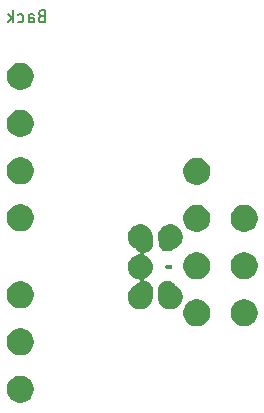
<source format=gbs>
G04 #@! TF.GenerationSoftware,KiCad,Pcbnew,(5.1.5-0-10_14)*
G04 #@! TF.CreationDate,2020-11-03T15:19:47-05:00*
G04 #@! TF.ProjectId,FC_Rear_Port_1P,46435f52-6561-4725-9f50-6f72745f3150,rev?*
G04 #@! TF.SameCoordinates,Original*
G04 #@! TF.FileFunction,Soldermask,Bot*
G04 #@! TF.FilePolarity,Negative*
%FSLAX46Y46*%
G04 Gerber Fmt 4.6, Leading zero omitted, Abs format (unit mm)*
G04 Created by KiCad (PCBNEW (5.1.5-0-10_14)) date 2020-11-03 15:19:47*
%MOMM*%
%LPD*%
G04 APERTURE LIST*
%ADD10C,0.150000*%
%ADD11C,0.100000*%
G04 APERTURE END LIST*
D10*
X147327785Y-79628691D02*
X147184928Y-79676310D01*
X147137309Y-79723929D01*
X147089690Y-79819167D01*
X147089690Y-79962024D01*
X147137309Y-80057262D01*
X147184928Y-80104881D01*
X147280166Y-80152500D01*
X147661119Y-80152500D01*
X147661119Y-79152500D01*
X147327785Y-79152500D01*
X147232547Y-79200120D01*
X147184928Y-79247739D01*
X147137309Y-79342977D01*
X147137309Y-79438215D01*
X147184928Y-79533453D01*
X147232547Y-79581072D01*
X147327785Y-79628691D01*
X147661119Y-79628691D01*
X146232547Y-80152500D02*
X146232547Y-79628691D01*
X146280166Y-79533453D01*
X146375404Y-79485834D01*
X146565880Y-79485834D01*
X146661119Y-79533453D01*
X146232547Y-80104881D02*
X146327785Y-80152500D01*
X146565880Y-80152500D01*
X146661119Y-80104881D01*
X146708738Y-80009643D01*
X146708738Y-79914405D01*
X146661119Y-79819167D01*
X146565880Y-79771548D01*
X146327785Y-79771548D01*
X146232547Y-79723929D01*
X145327785Y-80104881D02*
X145423023Y-80152500D01*
X145613500Y-80152500D01*
X145708738Y-80104881D01*
X145756357Y-80057262D01*
X145803976Y-79962024D01*
X145803976Y-79676310D01*
X145756357Y-79581072D01*
X145708738Y-79533453D01*
X145613500Y-79485834D01*
X145423023Y-79485834D01*
X145327785Y-79533453D01*
X144899214Y-80152500D02*
X144899214Y-79152500D01*
X144803976Y-79771548D02*
X144518261Y-80152500D01*
X144518261Y-79485834D02*
X144899214Y-79866786D01*
D11*
G36*
X145872817Y-110122847D02*
G01*
X146080465Y-110208858D01*
X146267345Y-110333727D01*
X146426273Y-110492655D01*
X146551142Y-110679535D01*
X146637153Y-110887183D01*
X146681000Y-111107620D01*
X146681000Y-111332380D01*
X146637153Y-111552817D01*
X146551142Y-111760465D01*
X146426273Y-111947345D01*
X146267345Y-112106273D01*
X146080465Y-112231142D01*
X145872817Y-112317153D01*
X145652380Y-112361000D01*
X145427620Y-112361000D01*
X145207183Y-112317153D01*
X144999535Y-112231142D01*
X144812655Y-112106273D01*
X144653727Y-111947345D01*
X144528858Y-111760465D01*
X144442847Y-111552817D01*
X144399000Y-111332380D01*
X144399000Y-111107620D01*
X144442847Y-110887183D01*
X144528858Y-110679535D01*
X144653727Y-110492655D01*
X144812655Y-110333727D01*
X144999535Y-110208858D01*
X145207183Y-110122847D01*
X145427620Y-110079000D01*
X145652380Y-110079000D01*
X145872817Y-110122847D01*
G37*
G36*
X145872817Y-106122847D02*
G01*
X146080465Y-106208858D01*
X146267345Y-106333727D01*
X146426273Y-106492655D01*
X146551142Y-106679535D01*
X146637153Y-106887183D01*
X146681000Y-107107620D01*
X146681000Y-107332380D01*
X146637153Y-107552817D01*
X146551142Y-107760465D01*
X146426273Y-107947345D01*
X146267345Y-108106273D01*
X146080465Y-108231142D01*
X145872817Y-108317153D01*
X145652380Y-108361000D01*
X145427620Y-108361000D01*
X145207183Y-108317153D01*
X144999535Y-108231142D01*
X144812655Y-108106273D01*
X144653727Y-107947345D01*
X144528858Y-107760465D01*
X144442847Y-107552817D01*
X144399000Y-107332380D01*
X144399000Y-107107620D01*
X144442847Y-106887183D01*
X144528858Y-106679535D01*
X144653727Y-106492655D01*
X144812655Y-106333727D01*
X144999535Y-106208858D01*
X145207183Y-106122847D01*
X145427620Y-106079000D01*
X145652380Y-106079000D01*
X145872817Y-106122847D01*
G37*
G36*
X164812817Y-103672847D02*
G01*
X165020465Y-103758858D01*
X165207345Y-103883727D01*
X165366273Y-104042655D01*
X165491142Y-104229535D01*
X165577153Y-104437183D01*
X165621000Y-104657620D01*
X165621000Y-104882380D01*
X165577153Y-105102817D01*
X165491142Y-105310465D01*
X165366273Y-105497345D01*
X165207345Y-105656273D01*
X165020465Y-105781142D01*
X164812817Y-105867153D01*
X164592380Y-105911000D01*
X164367620Y-105911000D01*
X164147183Y-105867153D01*
X163939535Y-105781142D01*
X163752655Y-105656273D01*
X163593727Y-105497345D01*
X163468858Y-105310465D01*
X163382847Y-105102817D01*
X163339000Y-104882380D01*
X163339000Y-104657620D01*
X163382847Y-104437183D01*
X163468858Y-104229535D01*
X163593727Y-104042655D01*
X163752655Y-103883727D01*
X163939535Y-103758858D01*
X164147183Y-103672847D01*
X164367620Y-103629000D01*
X164592380Y-103629000D01*
X164812817Y-103672847D01*
G37*
G36*
X160812817Y-103672847D02*
G01*
X161020465Y-103758858D01*
X161207345Y-103883727D01*
X161366273Y-104042655D01*
X161491142Y-104229535D01*
X161577153Y-104437183D01*
X161621000Y-104657620D01*
X161621000Y-104882380D01*
X161577153Y-105102817D01*
X161491142Y-105310465D01*
X161366273Y-105497345D01*
X161207345Y-105656273D01*
X161020465Y-105781142D01*
X160812817Y-105867153D01*
X160592380Y-105911000D01*
X160367620Y-105911000D01*
X160147183Y-105867153D01*
X159939535Y-105781142D01*
X159752655Y-105656273D01*
X159593727Y-105497345D01*
X159468858Y-105310465D01*
X159382847Y-105102817D01*
X159339000Y-104882380D01*
X159339000Y-104657620D01*
X159382847Y-104437183D01*
X159468858Y-104229535D01*
X159593727Y-104042655D01*
X159752655Y-103883727D01*
X159939535Y-103758858D01*
X160147183Y-103672847D01*
X160367620Y-103629000D01*
X160592380Y-103629000D01*
X160812817Y-103672847D01*
G37*
G36*
X158203642Y-102099781D02*
G01*
X158338130Y-102155488D01*
X158349416Y-102160163D01*
X158480608Y-102247822D01*
X158592178Y-102359392D01*
X158618904Y-102399390D01*
X158625519Y-102409291D01*
X158641064Y-102428233D01*
X158660006Y-102443778D01*
X158681618Y-102455330D01*
X158737832Y-102478614D01*
X158737835Y-102478616D01*
X158909973Y-102593635D01*
X159056365Y-102740027D01*
X159154692Y-102887183D01*
X159171385Y-102912167D01*
X159250611Y-103103436D01*
X159291000Y-103306484D01*
X159291000Y-103513516D01*
X159250611Y-103716564D01*
X159232426Y-103760466D01*
X159171384Y-103907835D01*
X159056365Y-104079973D01*
X158909973Y-104226365D01*
X158737835Y-104341384D01*
X158737834Y-104341385D01*
X158737833Y-104341385D01*
X158546564Y-104420611D01*
X158343516Y-104461000D01*
X158136484Y-104461000D01*
X157933436Y-104420611D01*
X157742167Y-104341385D01*
X157742166Y-104341385D01*
X157742165Y-104341384D01*
X157570027Y-104226365D01*
X157423635Y-104079973D01*
X157308616Y-103907835D01*
X157247574Y-103760466D01*
X157229389Y-103716564D01*
X157189000Y-103513516D01*
X157189000Y-103306484D01*
X157212358Y-103189055D01*
X157214760Y-103164669D01*
X157212358Y-103140283D01*
X157205245Y-103116835D01*
X157199782Y-103103645D01*
X157169000Y-102948893D01*
X157169000Y-102791107D01*
X157199781Y-102636358D01*
X157260162Y-102490586D01*
X157301824Y-102428234D01*
X157347822Y-102359392D01*
X157459392Y-102247822D01*
X157590584Y-102160163D01*
X157601870Y-102155488D01*
X157736358Y-102099781D01*
X157891107Y-102069000D01*
X158048893Y-102069000D01*
X158203642Y-102099781D01*
G37*
G36*
X156006564Y-97319389D02*
G01*
X156197833Y-97398615D01*
X156197835Y-97398616D01*
X156369973Y-97513635D01*
X156516365Y-97660027D01*
X156621353Y-97817152D01*
X156631385Y-97832167D01*
X156710611Y-98023436D01*
X156751000Y-98226484D01*
X156751000Y-98433516D01*
X156727642Y-98550945D01*
X156725240Y-98575331D01*
X156727642Y-98599717D01*
X156734755Y-98623165D01*
X156740218Y-98636355D01*
X156771000Y-98791107D01*
X156771000Y-98948893D01*
X156740219Y-99103642D01*
X156699457Y-99202049D01*
X156679837Y-99249416D01*
X156592178Y-99380608D01*
X156480608Y-99492178D01*
X156349416Y-99579837D01*
X156349415Y-99579838D01*
X156349414Y-99579838D01*
X156203642Y-99640219D01*
X156117186Y-99657416D01*
X156093737Y-99664529D01*
X156072127Y-99676080D01*
X156053185Y-99691625D01*
X156037639Y-99710567D01*
X156026088Y-99732178D01*
X156018975Y-99755627D01*
X156016573Y-99780013D01*
X156018975Y-99804399D01*
X156026088Y-99827848D01*
X156037639Y-99849458D01*
X156053184Y-99868400D01*
X156072126Y-99883946D01*
X156093737Y-99895497D01*
X156197833Y-99938615D01*
X156197835Y-99938616D01*
X156353540Y-100042655D01*
X156369973Y-100053635D01*
X156516365Y-100200027D01*
X156631385Y-100372167D01*
X156714239Y-100572195D01*
X156715874Y-100577584D01*
X156740219Y-100636358D01*
X156771000Y-100791107D01*
X156771000Y-100948893D01*
X156740219Y-101103642D01*
X156715874Y-101162416D01*
X156714239Y-101167805D01*
X156655147Y-101310466D01*
X156631384Y-101367835D01*
X156516365Y-101539973D01*
X156369973Y-101686365D01*
X156197835Y-101801384D01*
X156197834Y-101801385D01*
X156197833Y-101801385D01*
X156093737Y-101844503D01*
X156072126Y-101856054D01*
X156053184Y-101871599D01*
X156037639Y-101890541D01*
X156026088Y-101912152D01*
X156018975Y-101935601D01*
X156016573Y-101959987D01*
X156018975Y-101984373D01*
X156026088Y-102007822D01*
X156037639Y-102029433D01*
X156053184Y-102048375D01*
X156072126Y-102063920D01*
X156093737Y-102075471D01*
X156117186Y-102082584D01*
X156203642Y-102099781D01*
X156338130Y-102155488D01*
X156349416Y-102160163D01*
X156480608Y-102247822D01*
X156592178Y-102359392D01*
X156638176Y-102428234D01*
X156679838Y-102490586D01*
X156740219Y-102636358D01*
X156771000Y-102791107D01*
X156771000Y-102948893D01*
X156740218Y-103103645D01*
X156734755Y-103116835D01*
X156727642Y-103140284D01*
X156725240Y-103164670D01*
X156727642Y-103189055D01*
X156751000Y-103306484D01*
X156751000Y-103513516D01*
X156710611Y-103716564D01*
X156692426Y-103760466D01*
X156631384Y-103907835D01*
X156516365Y-104079973D01*
X156369973Y-104226365D01*
X156197835Y-104341384D01*
X156197834Y-104341385D01*
X156197833Y-104341385D01*
X156006564Y-104420611D01*
X155803516Y-104461000D01*
X155596484Y-104461000D01*
X155393436Y-104420611D01*
X155202167Y-104341385D01*
X155202166Y-104341385D01*
X155202165Y-104341384D01*
X155030027Y-104226365D01*
X154883635Y-104079973D01*
X154768616Y-103907835D01*
X154707574Y-103760466D01*
X154689389Y-103716564D01*
X154649000Y-103513516D01*
X154649000Y-103306484D01*
X154689389Y-103103436D01*
X154768615Y-102912167D01*
X154785309Y-102887183D01*
X154883635Y-102740027D01*
X155030027Y-102593635D01*
X155202165Y-102478616D01*
X155202168Y-102478614D01*
X155258382Y-102455330D01*
X155279993Y-102443779D01*
X155298935Y-102428234D01*
X155314481Y-102409291D01*
X155321097Y-102399390D01*
X155347822Y-102359392D01*
X155459392Y-102247822D01*
X155590584Y-102160163D01*
X155590585Y-102160162D01*
X155601870Y-102155488D01*
X155623480Y-102143937D01*
X155642422Y-102128392D01*
X155657968Y-102109450D01*
X155669519Y-102087839D01*
X155676632Y-102064390D01*
X155679034Y-102040004D01*
X155676632Y-102015618D01*
X155669519Y-101992169D01*
X155657968Y-101970559D01*
X155642423Y-101951617D01*
X155623481Y-101936071D01*
X155601870Y-101924520D01*
X155578421Y-101917407D01*
X155393436Y-101880611D01*
X155202167Y-101801385D01*
X155202166Y-101801385D01*
X155202165Y-101801384D01*
X155030027Y-101686365D01*
X154883635Y-101539973D01*
X154768616Y-101367835D01*
X154744853Y-101310466D01*
X154689389Y-101176564D01*
X154649000Y-100973516D01*
X154649000Y-100766484D01*
X154689389Y-100563436D01*
X154768615Y-100372167D01*
X154883635Y-100200027D01*
X155030027Y-100053635D01*
X155046460Y-100042655D01*
X155202165Y-99938616D01*
X155202167Y-99938615D01*
X155393436Y-99859389D01*
X155578421Y-99822593D01*
X155601870Y-99815480D01*
X155623481Y-99803929D01*
X155642423Y-99788384D01*
X155657968Y-99769442D01*
X155669519Y-99747831D01*
X155676632Y-99724382D01*
X155679034Y-99699996D01*
X155676632Y-99675610D01*
X155669519Y-99652161D01*
X155657968Y-99630550D01*
X155642423Y-99611608D01*
X155623481Y-99596063D01*
X155601870Y-99584512D01*
X155590585Y-99579838D01*
X155537041Y-99544061D01*
X155459392Y-99492178D01*
X155347822Y-99380608D01*
X155314480Y-99330708D01*
X155298936Y-99311767D01*
X155279994Y-99296222D01*
X155258382Y-99284670D01*
X155202168Y-99261386D01*
X155030027Y-99146365D01*
X154883635Y-98999973D01*
X154768616Y-98827835D01*
X154757483Y-98800958D01*
X154689389Y-98636564D01*
X154649000Y-98433516D01*
X154649000Y-98226484D01*
X154689389Y-98023436D01*
X154768615Y-97832167D01*
X154778648Y-97817152D01*
X154883635Y-97660027D01*
X155030027Y-97513635D01*
X155202165Y-97398616D01*
X155202167Y-97398615D01*
X155393436Y-97319389D01*
X155596484Y-97279000D01*
X155803516Y-97279000D01*
X156006564Y-97319389D01*
G37*
G36*
X145872817Y-102122847D02*
G01*
X146080465Y-102208858D01*
X146267345Y-102333727D01*
X146426273Y-102492655D01*
X146551142Y-102679535D01*
X146637153Y-102887183D01*
X146681000Y-103107620D01*
X146681000Y-103332380D01*
X146637153Y-103552817D01*
X146551142Y-103760465D01*
X146426273Y-103947345D01*
X146267345Y-104106273D01*
X146080465Y-104231142D01*
X145872817Y-104317153D01*
X145652380Y-104361000D01*
X145427620Y-104361000D01*
X145207183Y-104317153D01*
X144999535Y-104231142D01*
X144812655Y-104106273D01*
X144653727Y-103947345D01*
X144528858Y-103760465D01*
X144442847Y-103552817D01*
X144399000Y-103332380D01*
X144399000Y-103107620D01*
X144442847Y-102887183D01*
X144528858Y-102679535D01*
X144653727Y-102492655D01*
X144812655Y-102333727D01*
X144999535Y-102208858D01*
X145207183Y-102122847D01*
X145427620Y-102079000D01*
X145652380Y-102079000D01*
X145872817Y-102122847D01*
G37*
G36*
X164812817Y-99672847D02*
G01*
X165020465Y-99758858D01*
X165207345Y-99883727D01*
X165366273Y-100042655D01*
X165491142Y-100229535D01*
X165577153Y-100437183D01*
X165621000Y-100657620D01*
X165621000Y-100882380D01*
X165577153Y-101102817D01*
X165491142Y-101310465D01*
X165366273Y-101497345D01*
X165207345Y-101656273D01*
X165020465Y-101781142D01*
X164812817Y-101867153D01*
X164592380Y-101911000D01*
X164367620Y-101911000D01*
X164147183Y-101867153D01*
X163939535Y-101781142D01*
X163752655Y-101656273D01*
X163593727Y-101497345D01*
X163468858Y-101310465D01*
X163382847Y-101102817D01*
X163339000Y-100882380D01*
X163339000Y-100657620D01*
X163382847Y-100437183D01*
X163468858Y-100229535D01*
X163593727Y-100042655D01*
X163752655Y-99883727D01*
X163939535Y-99758858D01*
X164147183Y-99672847D01*
X164367620Y-99629000D01*
X164592380Y-99629000D01*
X164812817Y-99672847D01*
G37*
G36*
X160812817Y-99672847D02*
G01*
X161020465Y-99758858D01*
X161207345Y-99883727D01*
X161366273Y-100042655D01*
X161491142Y-100229535D01*
X161577153Y-100437183D01*
X161621000Y-100657620D01*
X161621000Y-100882380D01*
X161577153Y-101102817D01*
X161491142Y-101310465D01*
X161366273Y-101497345D01*
X161207345Y-101656273D01*
X161020465Y-101781142D01*
X160812817Y-101867153D01*
X160592380Y-101911000D01*
X160367620Y-101911000D01*
X160147183Y-101867153D01*
X159939535Y-101781142D01*
X159752655Y-101656273D01*
X159593727Y-101497345D01*
X159468858Y-101310465D01*
X159382847Y-101102817D01*
X159339000Y-100882380D01*
X159339000Y-100657620D01*
X159382847Y-100437183D01*
X159468858Y-100229535D01*
X159593727Y-100042655D01*
X159752655Y-99883727D01*
X159939535Y-99758858D01*
X160147183Y-99672847D01*
X160367620Y-99629000D01*
X160592380Y-99629000D01*
X160812817Y-99672847D01*
G37*
G36*
X158021337Y-100700763D02*
G01*
X158053367Y-100714030D01*
X158053376Y-100714036D01*
X158057164Y-100715605D01*
X158080613Y-100722718D01*
X158104999Y-100725120D01*
X158129385Y-100722718D01*
X158152836Y-100715605D01*
X158156624Y-100714036D01*
X158156633Y-100714030D01*
X158188663Y-100700763D01*
X158222665Y-100694000D01*
X158257335Y-100694000D01*
X158291337Y-100700763D01*
X158323367Y-100714030D01*
X158352194Y-100733292D01*
X158376708Y-100757806D01*
X158395970Y-100786633D01*
X158409237Y-100818663D01*
X158416000Y-100852665D01*
X158416000Y-100887335D01*
X158409237Y-100921337D01*
X158395970Y-100953367D01*
X158376708Y-100982194D01*
X158352194Y-101006708D01*
X158323367Y-101025970D01*
X158291337Y-101039237D01*
X158257335Y-101046000D01*
X158222665Y-101046000D01*
X158188663Y-101039237D01*
X158156633Y-101025970D01*
X158156624Y-101025964D01*
X158152836Y-101024395D01*
X158129387Y-101017282D01*
X158105001Y-101014880D01*
X158080615Y-101017282D01*
X158057164Y-101024395D01*
X158053376Y-101025964D01*
X158053367Y-101025970D01*
X158021337Y-101039237D01*
X157987335Y-101046000D01*
X157952665Y-101046000D01*
X157918663Y-101039237D01*
X157886633Y-101025970D01*
X157857806Y-101006708D01*
X157833292Y-100982194D01*
X157814030Y-100953367D01*
X157800763Y-100921337D01*
X157794000Y-100887335D01*
X157794000Y-100852665D01*
X157800763Y-100818663D01*
X157814030Y-100786633D01*
X157833292Y-100757806D01*
X157857806Y-100733292D01*
X157886633Y-100714030D01*
X157918663Y-100700763D01*
X157952665Y-100694000D01*
X157987335Y-100694000D01*
X158021337Y-100700763D01*
G37*
G36*
X158546564Y-97319389D02*
G01*
X158737833Y-97398615D01*
X158737835Y-97398616D01*
X158909973Y-97513635D01*
X159056365Y-97660027D01*
X159161353Y-97817152D01*
X159171385Y-97832167D01*
X159250611Y-98023436D01*
X159291000Y-98226484D01*
X159291000Y-98433516D01*
X159250611Y-98636564D01*
X159182517Y-98800958D01*
X159171384Y-98827835D01*
X159056365Y-98999973D01*
X158909973Y-99146365D01*
X158737835Y-99261384D01*
X158737834Y-99261385D01*
X158737833Y-99261385D01*
X158546564Y-99340611D01*
X158514087Y-99347071D01*
X158490638Y-99354184D01*
X158469027Y-99365735D01*
X158450084Y-99381280D01*
X158416859Y-99414505D01*
X158302049Y-99491218D01*
X158174473Y-99544062D01*
X158039044Y-99571000D01*
X157900956Y-99571000D01*
X157765527Y-99544062D01*
X157637951Y-99491218D01*
X157523141Y-99414505D01*
X157425495Y-99316859D01*
X157348782Y-99202049D01*
X157295938Y-99074473D01*
X157269000Y-98939044D01*
X157269000Y-98800958D01*
X157270843Y-98791693D01*
X157273245Y-98767307D01*
X157270843Y-98742921D01*
X157263730Y-98719471D01*
X157229389Y-98636564D01*
X157189000Y-98433516D01*
X157189000Y-98226484D01*
X157229389Y-98023436D01*
X157308615Y-97832167D01*
X157318648Y-97817152D01*
X157423635Y-97660027D01*
X157570027Y-97513635D01*
X157742165Y-97398616D01*
X157742167Y-97398615D01*
X157933436Y-97319389D01*
X158136484Y-97279000D01*
X158343516Y-97279000D01*
X158546564Y-97319389D01*
G37*
G36*
X164812817Y-95672847D02*
G01*
X165020465Y-95758858D01*
X165207345Y-95883727D01*
X165366273Y-96042655D01*
X165491142Y-96229535D01*
X165577153Y-96437183D01*
X165621000Y-96657620D01*
X165621000Y-96882380D01*
X165577153Y-97102817D01*
X165491142Y-97310465D01*
X165366273Y-97497345D01*
X165207345Y-97656273D01*
X165020465Y-97781142D01*
X164812817Y-97867153D01*
X164592380Y-97911000D01*
X164367620Y-97911000D01*
X164147183Y-97867153D01*
X163939535Y-97781142D01*
X163752655Y-97656273D01*
X163593727Y-97497345D01*
X163468858Y-97310465D01*
X163382847Y-97102817D01*
X163339000Y-96882380D01*
X163339000Y-96657620D01*
X163382847Y-96437183D01*
X163468858Y-96229535D01*
X163593727Y-96042655D01*
X163752655Y-95883727D01*
X163939535Y-95758858D01*
X164147183Y-95672847D01*
X164367620Y-95629000D01*
X164592380Y-95629000D01*
X164812817Y-95672847D01*
G37*
G36*
X160812817Y-95672847D02*
G01*
X161020465Y-95758858D01*
X161207345Y-95883727D01*
X161366273Y-96042655D01*
X161491142Y-96229535D01*
X161577153Y-96437183D01*
X161621000Y-96657620D01*
X161621000Y-96882380D01*
X161577153Y-97102817D01*
X161491142Y-97310465D01*
X161366273Y-97497345D01*
X161207345Y-97656273D01*
X161020465Y-97781142D01*
X160812817Y-97867153D01*
X160592380Y-97911000D01*
X160367620Y-97911000D01*
X160147183Y-97867153D01*
X159939535Y-97781142D01*
X159752655Y-97656273D01*
X159593727Y-97497345D01*
X159468858Y-97310465D01*
X159382847Y-97102817D01*
X159339000Y-96882380D01*
X159339000Y-96657620D01*
X159382847Y-96437183D01*
X159468858Y-96229535D01*
X159593727Y-96042655D01*
X159752655Y-95883727D01*
X159939535Y-95758858D01*
X160147183Y-95672847D01*
X160367620Y-95629000D01*
X160592380Y-95629000D01*
X160812817Y-95672847D01*
G37*
G36*
X145872817Y-95622847D02*
G01*
X146080465Y-95708858D01*
X146267345Y-95833727D01*
X146426273Y-95992655D01*
X146551142Y-96179535D01*
X146637153Y-96387183D01*
X146681000Y-96607620D01*
X146681000Y-96832380D01*
X146637153Y-97052817D01*
X146551142Y-97260465D01*
X146426273Y-97447345D01*
X146267345Y-97606273D01*
X146080465Y-97731142D01*
X145872817Y-97817153D01*
X145652380Y-97861000D01*
X145427620Y-97861000D01*
X145207183Y-97817153D01*
X144999535Y-97731142D01*
X144812655Y-97606273D01*
X144653727Y-97447345D01*
X144528858Y-97260465D01*
X144442847Y-97052817D01*
X144399000Y-96832380D01*
X144399000Y-96607620D01*
X144442847Y-96387183D01*
X144528858Y-96179535D01*
X144653727Y-95992655D01*
X144812655Y-95833727D01*
X144999535Y-95708858D01*
X145207183Y-95622847D01*
X145427620Y-95579000D01*
X145652380Y-95579000D01*
X145872817Y-95622847D01*
G37*
G36*
X160812817Y-91672847D02*
G01*
X161020465Y-91758858D01*
X161207345Y-91883727D01*
X161366273Y-92042655D01*
X161491142Y-92229535D01*
X161577153Y-92437183D01*
X161621000Y-92657620D01*
X161621000Y-92882380D01*
X161577153Y-93102817D01*
X161491142Y-93310465D01*
X161366273Y-93497345D01*
X161207345Y-93656273D01*
X161020465Y-93781142D01*
X160812817Y-93867153D01*
X160592380Y-93911000D01*
X160367620Y-93911000D01*
X160147183Y-93867153D01*
X159939535Y-93781142D01*
X159752655Y-93656273D01*
X159593727Y-93497345D01*
X159468858Y-93310465D01*
X159382847Y-93102817D01*
X159339000Y-92882380D01*
X159339000Y-92657620D01*
X159382847Y-92437183D01*
X159468858Y-92229535D01*
X159593727Y-92042655D01*
X159752655Y-91883727D01*
X159939535Y-91758858D01*
X160147183Y-91672847D01*
X160367620Y-91629000D01*
X160592380Y-91629000D01*
X160812817Y-91672847D01*
G37*
G36*
X145872817Y-91622847D02*
G01*
X146080465Y-91708858D01*
X146267345Y-91833727D01*
X146426273Y-91992655D01*
X146551142Y-92179535D01*
X146637153Y-92387183D01*
X146681000Y-92607620D01*
X146681000Y-92832380D01*
X146637153Y-93052817D01*
X146551142Y-93260465D01*
X146426273Y-93447345D01*
X146267345Y-93606273D01*
X146080465Y-93731142D01*
X145872817Y-93817153D01*
X145652380Y-93861000D01*
X145427620Y-93861000D01*
X145207183Y-93817153D01*
X144999535Y-93731142D01*
X144812655Y-93606273D01*
X144653727Y-93447345D01*
X144528858Y-93260465D01*
X144442847Y-93052817D01*
X144399000Y-92832380D01*
X144399000Y-92607620D01*
X144442847Y-92387183D01*
X144528858Y-92179535D01*
X144653727Y-91992655D01*
X144812655Y-91833727D01*
X144999535Y-91708858D01*
X145207183Y-91622847D01*
X145427620Y-91579000D01*
X145652380Y-91579000D01*
X145872817Y-91622847D01*
G37*
G36*
X145872817Y-87622847D02*
G01*
X146080465Y-87708858D01*
X146267345Y-87833727D01*
X146426273Y-87992655D01*
X146551142Y-88179535D01*
X146637153Y-88387183D01*
X146681000Y-88607620D01*
X146681000Y-88832380D01*
X146637153Y-89052817D01*
X146551142Y-89260465D01*
X146426273Y-89447345D01*
X146267345Y-89606273D01*
X146080465Y-89731142D01*
X145872817Y-89817153D01*
X145652380Y-89861000D01*
X145427620Y-89861000D01*
X145207183Y-89817153D01*
X144999535Y-89731142D01*
X144812655Y-89606273D01*
X144653727Y-89447345D01*
X144528858Y-89260465D01*
X144442847Y-89052817D01*
X144399000Y-88832380D01*
X144399000Y-88607620D01*
X144442847Y-88387183D01*
X144528858Y-88179535D01*
X144653727Y-87992655D01*
X144812655Y-87833727D01*
X144999535Y-87708858D01*
X145207183Y-87622847D01*
X145427620Y-87579000D01*
X145652380Y-87579000D01*
X145872817Y-87622847D01*
G37*
G36*
X145872817Y-83622847D02*
G01*
X146080465Y-83708858D01*
X146267345Y-83833727D01*
X146426273Y-83992655D01*
X146551142Y-84179535D01*
X146637153Y-84387183D01*
X146681000Y-84607620D01*
X146681000Y-84832380D01*
X146637153Y-85052817D01*
X146551142Y-85260465D01*
X146426273Y-85447345D01*
X146267345Y-85606273D01*
X146080465Y-85731142D01*
X145872817Y-85817153D01*
X145652380Y-85861000D01*
X145427620Y-85861000D01*
X145207183Y-85817153D01*
X144999535Y-85731142D01*
X144812655Y-85606273D01*
X144653727Y-85447345D01*
X144528858Y-85260465D01*
X144442847Y-85052817D01*
X144399000Y-84832380D01*
X144399000Y-84607620D01*
X144442847Y-84387183D01*
X144528858Y-84179535D01*
X144653727Y-83992655D01*
X144812655Y-83833727D01*
X144999535Y-83708858D01*
X145207183Y-83622847D01*
X145427620Y-83579000D01*
X145652380Y-83579000D01*
X145872817Y-83622847D01*
G37*
M02*

</source>
